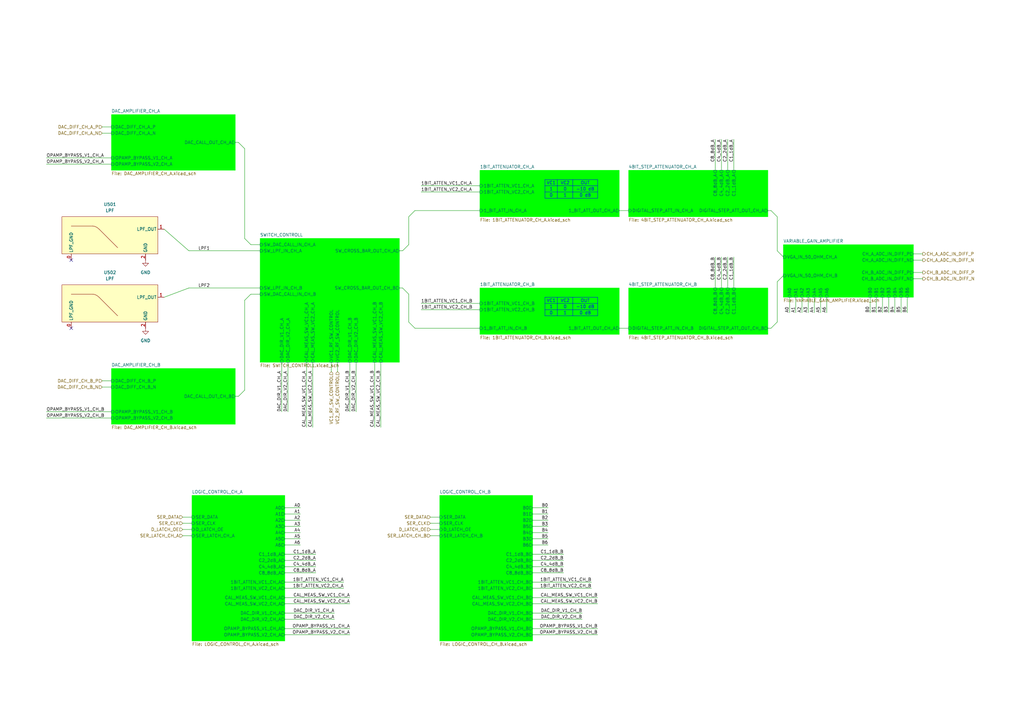
<source format=kicad_sch>
(kicad_sch (version 20250114) (generator "eeschema") (generator_version "9.0")
  (paper "A3")
  (title_block (date "2025-04-16") (company "CERN") (comment 1 "Design by A. Jevtic"))
  (lib_symbols
    (symbol "LPF_MODULE:LPF_MODULE"
      (property "Reference" "U" (at 3.81 9.906 0))
      (property "Value" "LPF" (at 0 0 0))
      (symbol "LPF_MODULE_1_1"
        (rectangle (start -16.51 7.62) (end 22.86 -7.62) (fill (type background)))
        (bezier (pts (xy -3.81 3.81) (xy -3.81 3.81) (xy -2.54 3.81) (xy -1.27 2.54)))
        (polyline (pts (xy -3.81 3.81) (xy -12.7 3.81)))
        (polyline (pts (xy -1.27 2.54) (xy 6.35 -5.08)))
        (pin power_in line (at -12.7 -10.16 90) (length 2.54) (name "LPF_GND") (number "0"))
        (pin power_in line (at 17.78 -10.16 90) (length 2.54) (name "GND") (number "2"))
        (pin output line (at 25.4 2.54 180) (length 2.54) (name "LPF_OUT") (number "1"))
      )
    )
    (symbol "power:GND" (power) (pin_names (offset 0))
      (property "Value" "GND" (at 0 -3.81 0))
      (symbol "GND_0_1"
        (polyline (pts (xy 0 0) (xy 0 -1.27) (xy 1.27 -1.27) (xy 0 -2.54) (xy -1.27 -1.27) (xy 0 -1.27)))
      )
      (symbol "GND_1_1"
        (pin power_in line (at 0 0 270) (length 0) (hide yes) (name "GND") (number "1"))
      )
    )
  )
  (no_connect (at 29.21 134.62))
  (no_connect (at 29.21 106.68))
  (wire (pts (xy 314.96 86.36) (xy 316.23 86.36)))
  (wire (pts (xy 143.51 148.59) (xy 143.51 168.91)))
  (wire (pts (xy 316.23 86.36) (xy 318.77 88.9)))
  (wire (pts (xy 218.44 254) (xy 238.76 254)))
  (wire (pts (xy 331.47 121.92) (xy 331.47 128.27)))
  (wire (pts (xy 314.96 134.62) (xy 316.23 134.62)))
  (wire (pts (xy 218.44 247.65) (xy 245.11 247.65)))
  (wire (pts (xy 135.89 148.59) (xy 135.89 152.4)))
  (wire (pts (xy 218.44 213.36) (xy 224.79 213.36)))
  (wire (pts (xy 45.72 168.91) (xy 19.05 168.91)))
  (wire (pts (xy 318.77 115.57) (xy 318.77 132.08)))
  (wire (pts (xy 102.87 120.65) (xy 100.33 123.19)))
  (wire (pts (xy 156.21 148.59) (xy 156.21 175.26)))
  (wire (pts (xy 116.84 232.41) (xy 129.54 232.41)))
  (wire (pts (xy 102.87 100.33) (xy 100.33 97.79)))
  (wire (pts (xy 128.27 148.59) (xy 128.27 175.26)))
  (wire (pts (xy 196.85 127) (xy 172.72 127)))
  (wire (pts (xy 74.93 214.63) (xy 78.74 214.63)))
  (wire (pts (xy 77.47 102.87) (xy 106.68 102.87)))
  (wire (pts (xy 74.93 219.71) (xy 78.74 219.71)))
  (wire (pts (xy 326.39 121.92) (xy 326.39 128.27)))
  (wire (pts (xy 41.91 52.07) (xy 45.72 52.07)))
  (wire (pts (xy 218.44 210.82) (xy 224.79 210.82)))
  (wire (pts (xy 176.53 217.17) (xy 180.34 217.17)))
  (wire (pts (xy 293.37 69.85) (xy 293.37 57.15)))
  (wire (pts (xy 218.44 251.46) (xy 238.76 251.46)))
  (wire (pts (xy 218.44 227.33) (xy 231.14 227.33)))
  (wire (pts (xy 138.43 148.59) (xy 138.43 152.4)))
  (wire (pts (xy 116.84 260.35) (xy 143.51 260.35)))
  (wire (pts (xy 100.33 60.96) (xy 97.79 58.42)))
  (wire (pts (xy 41.91 54.61) (xy 45.72 54.61)))
  (wire (pts (xy 100.33 160.02) (xy 97.79 162.56)))
  (wire (pts (xy 300.99 118.11) (xy 300.99 105.41)))
  (wire (pts (xy 116.84 210.82) (xy 123.19 210.82)))
  (wire (pts (xy 167.64 100.33) (xy 167.64 88.9)))
  (wire (pts (xy 74.93 212.09) (xy 78.74 212.09)))
  (wire (pts (xy 218.44 257.81) (xy 245.11 257.81)))
  (wire (pts (xy 356.87 121.92) (xy 356.87 128.27)))
  (wire (pts (xy 321.31 105.41) (xy 318.77 102.87)))
  (wire (pts (xy 146.05 148.59) (xy 146.05 168.91)))
  (wire (pts (xy 218.44 223.52) (xy 224.79 223.52)))
  (wire (pts (xy 96.52 162.56) (xy 97.79 162.56)))
  (wire (pts (xy 176.53 212.09) (xy 180.34 212.09)))
  (wire (pts (xy 170.18 134.62) (xy 196.85 134.62)))
  (wire (pts (xy 115.57 148.59) (xy 115.57 168.91)))
  (wire (pts (xy 196.85 78.74) (xy 172.72 78.74)))
  (wire (pts (xy 339.09 121.92) (xy 339.09 128.27)))
  (wire (pts (xy 116.84 254) (xy 137.16 254)))
  (wire (pts (xy 196.85 76.2) (xy 172.72 76.2)))
  (wire (pts (xy 116.84 238.76) (xy 140.97 238.76)))
  (wire (pts (xy 116.84 220.98) (xy 123.19 220.98)))
  (wire (pts (xy 361.95 121.92) (xy 361.95 128.27)))
  (wire (pts (xy 218.44 232.41) (xy 231.14 232.41)))
  (wire (pts (xy 323.85 121.92) (xy 323.85 128.27)))
  (wire (pts (xy 77.47 118.11) (xy 106.68 118.11)))
  (wire (pts (xy 369.57 121.92) (xy 369.57 128.27)))
  (wire (pts (xy 218.44 234.95) (xy 231.14 234.95)))
  (wire (pts (xy 298.45 118.11) (xy 298.45 105.41)))
  (wire (pts (xy 318.77 88.9) (xy 318.77 102.87)))
  (wire (pts (xy 218.44 215.9) (xy 224.79 215.9)))
  (wire (pts (xy 336.55 121.92) (xy 336.55 128.27)))
  (wire (pts (xy 116.84 241.3) (xy 140.97 241.3)))
  (wire (pts (xy 106.68 100.33) (xy 102.87 100.33)))
  (wire (pts (xy 218.44 208.28) (xy 224.79 208.28)))
  (wire (pts (xy 359.41 121.92) (xy 359.41 128.27)))
  (wire (pts (xy 100.33 97.79) (xy 100.33 60.96)))
  (wire (pts (xy 100.33 123.19) (xy 100.33 160.02)))
  (wire (pts (xy 163.83 118.11) (xy 165.1 118.11)))
  (wire (pts (xy 41.91 156.21) (xy 45.72 156.21)))
  (wire (pts (xy 298.45 69.85) (xy 298.45 57.15)))
  (wire (pts (xy 96.52 58.42) (xy 97.79 58.42)))
  (wire (pts (xy 254 86.36) (xy 257.81 86.36)))
  (wire (pts (xy 77.47 102.87) (xy 67.31 93.98)))
  (wire (pts (xy 153.67 148.59) (xy 153.67 175.26)))
  (wire (pts (xy 167.64 120.65) (xy 167.64 132.08)))
  (wire (pts (xy 218.44 220.98) (xy 224.79 220.98)))
  (wire (pts (xy 170.18 86.36) (xy 196.85 86.36)))
  (wire (pts (xy 295.91 118.11) (xy 295.91 105.41)))
  (wire (pts (xy 218.44 229.87) (xy 231.14 229.87)))
  (wire (pts (xy 218.44 238.76) (xy 242.57 238.76)))
  (wire (pts (xy 74.93 217.17) (xy 78.74 217.17)))
  (wire (pts (xy 321.31 113.03) (xy 318.77 115.57)))
  (wire (pts (xy 165.1 102.87) (xy 167.64 100.33)))
  (wire (pts (xy 116.84 245.11) (xy 143.51 245.11)))
  (wire (pts (xy 116.84 251.46) (xy 137.16 251.46)))
  (wire (pts (xy 163.83 102.87) (xy 165.1 102.87)))
  (wire (pts (xy 334.01 121.92) (xy 334.01 128.27)))
  (wire (pts (xy 176.53 219.71) (xy 180.34 219.71)))
  (wire (pts (xy 196.85 124.46) (xy 172.72 124.46)))
  (wire (pts (xy 116.84 229.87) (xy 129.54 229.87)))
  (wire (pts (xy 218.44 241.3) (xy 242.57 241.3)))
  (wire (pts (xy 218.44 260.35) (xy 245.11 260.35)))
  (wire (pts (xy 167.64 132.08) (xy 170.18 134.62)))
  (wire (pts (xy 116.84 208.28) (xy 123.19 208.28)))
  (wire (pts (xy 125.73 148.59) (xy 125.73 175.26)))
  (wire (pts (xy 254 134.62) (xy 257.81 134.62)))
  (wire (pts (xy 295.91 69.85) (xy 295.91 57.15)))
  (wire (pts (xy 116.84 227.33) (xy 129.54 227.33)))
  (wire (pts (xy 116.84 218.44) (xy 123.19 218.44)))
  (wire (pts (xy 318.77 132.08) (xy 316.23 134.62)))
  (wire (pts (xy 328.93 121.92) (xy 328.93 128.27)))
  (wire (pts (xy 118.11 148.59) (xy 118.11 168.91)))
  (wire (pts (xy 372.11 121.92) (xy 372.11 128.27)))
  (wire (pts (xy 165.1 118.11) (xy 167.64 120.65)))
  (wire (pts (xy 116.84 234.95) (xy 129.54 234.95)))
  (wire (pts (xy 300.99 69.85) (xy 300.99 57.15)))
  (wire (pts (xy 116.84 223.52) (xy 123.19 223.52)))
  (wire (pts (xy 116.84 213.36) (xy 123.19 213.36)))
  (wire (pts (xy 218.44 245.11) (xy 245.11 245.11)))
  (wire (pts (xy 374.65 114.3) (xy 378.46 114.3)))
  (wire (pts (xy 116.84 215.9) (xy 123.19 215.9)))
  (wire (pts (xy 176.53 214.63) (xy 180.34 214.63)))
  (wire (pts (xy 116.84 247.65) (xy 143.51 247.65)))
  (wire (pts (xy 67.31 121.92) (xy 77.47 118.11)))
  (wire (pts (xy 293.37 118.11) (xy 293.37 105.41)))
  (wire (pts (xy 374.65 104.14) (xy 378.46 104.14)))
  (wire (pts (xy 374.65 111.76) (xy 378.46 111.76)))
  (wire (pts (xy 167.64 88.9) (xy 170.18 86.36)))
  (wire (pts (xy 367.03 121.92) (xy 367.03 128.27)))
  (wire (pts (xy 102.87 120.65) (xy 106.68 120.65)))
  (wire (pts (xy 116.84 257.81) (xy 143.51 257.81)))
  (wire (pts (xy 218.44 218.44) (xy 224.79 218.44)))
  (wire (pts (xy 45.72 171.45) (xy 19.05 171.45)))
  (wire (pts (xy 45.72 64.77) (xy 19.05 64.77)))
  (wire (pts (xy 41.91 158.75) (xy 45.72 158.75)))
  (wire (pts (xy 364.49 121.92) (xy 364.49 128.27)))
  (wire (pts (xy 374.65 106.68) (xy 378.46 106.68)))
  (wire (pts (xy 45.72 67.31) (xy 19.05 67.31)))
  (table (column_count 3) (border (external yes) (header yes) (stroke (width 0) (color 0 0 255 1))) (separators (rows yes) (cols yes) (stroke (width 0) (color 0 0 255 1))) (column_widths 5.08 6.35 10.16) (row_heights 2.54 2.54 2.54) (cells (table_cell "VC1" (at 223.52 121.92 0) (size 5.08 2.54) (margins 0.9525 0.9525 0.9525 0.9525) (span 1 1)) (table_cell "VC2" (at 228.6 121.92 0) (size 6.35 2.54) (margins 0.9525 0.9525 0.9525 0.9525) (span 1 1)) (table_cell "OUT" (at 234.95 121.92 0) (size 10.16 2.54) (margins 0.9525 0.9525 0.9525 0.9525) (span 1 1)) (table_cell "1" (at 223.52 124.46 0) (size 5.08 2.54) (margins 0.9525 0.9525 0.9525 0.9525) (span 1 1)) (table_cell "0" (at 228.6 124.46 0) (size 6.35 2.54) (margins 0.9525 0.9525 0.9525 0.9525) (span 1 1)) (table_cell "-10 dB" (at 234.95 124.46 0) (size 10.16 2.54) (margins 0.9525 0.9525 0.9525 0.9525) (span 1 1)) (table_cell "0" (at 223.52 127 0) (size 5.08 2.54) (margins 0.9525 0.9525 0.9525 0.9525) (span 1 1)) (table_cell "1" (at 228.6 127 0) (size 6.35 2.54) (margins 0.9525 0.9525 0.9525 0.9525) (span 1 1)) (table_cell "0 dB" (at 234.95 127 0) (size 10.16 2.54) (margins 0.9525 0.9525 0.9525 0.9525) (span 1 1))))
  (table (column_count 3) (border (external yes) (header yes) (stroke (width 0) (color 0 0 255 1))) (separators (rows yes) (cols yes) (stroke (width 0) (color 0 0 255 1))) (column_widths 5.08 6.35 10.16) (row_heights 2.54 2.54 2.54) (cells (table_cell "VC1" (at 223.52 73.66 0) (size 5.08 2.54) (margins 0.9525 0.9525 0.9525 0.9525) (span 1 1)) (table_cell "VC2" (at 228.6 73.66 0) (size 6.35 2.54) (margins 0.9525 0.9525 0.9525 0.9525) (span 1 1)) (table_cell "OUT" (at 234.95 73.66 0) (size 10.16 2.54) (margins 0.9525 0.9525 0.9525 0.9525) (span 1 1)) (table_cell "1" (at 223.52 76.2 0) (size 5.08 2.54) (margins 0.9525 0.9525 0.9525 0.9525) (span 1 1)) (table_cell "0" (at 228.6 76.2 0) (size 6.35 2.54) (margins 0.9525 0.9525 0.9525 0.9525) (span 1 1)) (table_cell "-10 dB" (at 234.95 76.2 0) (size 10.16 2.54) (margins 0.9525 0.9525 0.9525 0.9525) (span 1 1)) (table_cell "0" (at 223.52 78.74 0) (size 5.08 2.54) (margins 0.9525 0.9525 0.9525 0.9525) (span 1 1)) (table_cell "1" (at 228.6 78.74 0) (size 6.35 2.54) (margins 0.9525 0.9525 0.9525 0.9525) (span 1 1)) (table_cell "0 dB" (at 234.95 78.74 0) (size 10.16 2.54) (margins 0.9525 0.9525 0.9525 0.9525) (span 1 1))))
  (label "CAL_MEAS_SW_VC1_CH_B" (at 153.67 175.26 90))
  (label "A0" (at 323.85 128.27 90))
  (label "1BIT_ATTEN_VC2_CH_A" (at 140.97 241.3 180))
  (label "B6" (at 372.11 128.27 90))
  (label "A6" (at 339.09 128.27 90))
  (label "B2" (at 224.79 213.36 180))
  (label "LPF2" (at 81.28 118.11 0))
  (label "B2" (at 361.95 128.27 90))
  (label "CAL_MEAS_SW_VC1_CH_A" (at 143.51 245.11 180))
  (label "B0" (at 224.79 208.28 180))
  (label "DAC_DIR_V1_CH_A" (at 115.57 168.91 90))
  (label "C1_1dB_A" (at 129.54 227.33 180))
  (label "A5" (at 123.19 220.98 180))
  (label "A6" (at 123.19 223.52 180))
  (label "DAC_DIR_V1_CH_A" (at 137.16 251.46 180))
  (label "B1" (at 224.79 210.82 180))
  (label "DAC_DIR_V2_CH_B" (at 238.76 254 180))
  (label "C1_1dB_B" (at 231.14 227.33 180))
  (label "A2" (at 123.19 213.36 180))
  (label "OPAMP_BYPASS_V1_CH_A" (at 143.51 257.81 180))
  (label "A3" (at 331.47 128.27 90))
  (label "C1_1dB_B" (at 300.99 105.41 270))
  (label "OPAMP_BYPASS_V2_CH_B" (at 19.05 171.45 0))
  (label "1BIT_ATTEN_VC1_CH_A" (at 140.97 238.76 180))
  (label "A4" (at 334.01 128.27 90))
  (label "A1" (at 326.39 128.27 90))
  (label "1BIT_ATTEN_VC1_CH_B" (at 242.57 238.76 180))
  (label "OPAMP_BYPASS_V1_CH_B" (at 19.05 168.91 0))
  (label "OPAMP_BYPASS_V1_CH_A" (at 19.05 64.77 0))
  (label "A2" (at 328.93 128.27 90))
  (label "B4" (at 367.03 128.27 90))
  (label "DAC_DIR_V2_CH_B" (at 146.05 168.91 90))
  (label "C2_2dB_B" (at 231.14 229.87 180))
  (label "C4_4dB_A" (at 129.54 232.41 180))
  (label "C4_4dB_A" (at 295.91 57.15 270))
  (label "OPAMP_BYPASS_V2_CH_A" (at 143.51 260.35 180))
  (label "C8_8dB_B" (at 231.14 234.95 180))
  (label "OPAMP_BYPASS_V2_CH_A" (at 19.05 67.31 0))
  (label "OPAMP_BYPASS_V2_CH_B" (at 245.11 260.35 180))
  (label "C8_8dB_A" (at 129.54 234.95 180))
  (label "C2_2dB_B" (at 298.45 105.41 270))
  (label "B6" (at 224.79 223.52 180))
  (label "CAL_MEAS_SW_VC2_CH_B" (at 245.11 247.65 180))
  (label "B5" (at 369.57 128.27 90))
  (label "A3" (at 123.19 215.9 180))
  (label "B3" (at 224.79 215.9 180))
  (label "1BIT_ATTEN_VC1_CH_B" (at 172.72 124.46 0))
  (label "B5" (at 224.79 220.98 180))
  (label "C1_1dB_A" (at 300.99 57.15 270))
  (label "1BIT_ATTEN_VC1_CH_A" (at 172.72 76.2 0))
  (label "CAL_MEAS_SW_VC2_CH_A" (at 143.51 247.65 180))
  (label "DAC_DIR_V2_CH_A" (at 118.11 168.91 90))
  (label "1BIT_ATTEN_VC2_CH_A" (at 172.72 78.74 0))
  (label "B1" (at 359.41 128.27 90))
  (label "C2_2dB_A" (at 129.54 229.87 180))
  (label "DAC_DIR_V1_CH_B" (at 238.76 251.46 180))
  (label "A5" (at 336.55 128.27 90))
  (label "CAL_MEAS_SW_VC1_CH_A" (at 125.73 175.26 90))
  (label "1BIT_ATTEN_VC2_CH_B" (at 172.72 127 0))
  (label "B0" (at 356.87 128.27 90))
  (label "OPAMP_BYPASS_V1_CH_B" (at 245.11 257.81 180))
  (label "C8_8dB_B" (at 293.37 105.41 270))
  (label "A0" (at 123.19 208.28 180))
  (label "C8_8dB_A" (at 293.37 57.15 270))
  (label "C4_4dB_B" (at 295.91 105.41 270))
  (label "CAL_MEAS_SW_VC2_CH_A" (at 128.27 175.26 90))
  (label "A4" (at 123.19 218.44 180))
  (label "DAC_DIR_V1_CH_B" (at 143.51 168.91 90))
  (label "LPF1" (at 81.28 102.87 0))
  (label "CAL_MEAS_SW_VC2_CH_B" (at 156.21 175.26 90))
  (label "A1" (at 123.19 210.82 180))
  (label "C2_2dB_A" (at 298.45 57.15 270))
  (label "C4_4dB_B" (at 231.14 232.41 180))
  (label "B3" (at 364.49 128.27 90))
  (label "DAC_DIR_V2_CH_A" (at 137.16 254 180))
  (label "1BIT_ATTEN_VC2_CH_B" (at 242.57 241.3 180))
  (label "CAL_MEAS_SW_VC1_CH_B" (at 245.11 245.11 180))
  (label "B4" (at 224.79 218.44 180))
  (hierarchical_label "DAC_DIFF_CH_B_P" (shape input) (at 41.91 156.21 180))
  (hierarchical_label "DAC_DIFF_CH_B_N" (shape input) (at 41.91 158.75 180))
  (hierarchical_label "SER_CLK" (shape input) (at 74.93 214.63 180))
  (hierarchical_label "VC2_RF_SW_CONTROL" (shape input) (at 138.43 152.4 270))
  (hierarchical_label "CH_B_ADC_IN_DIFF_P" (shape output) (at 378.46 111.76 0))
  (hierarchical_label "CH_A_ADC_IN_DIFF_N" (shape output) (at 378.46 106.68 0))
  (hierarchical_label "SER_LATCH_CH_B" (shape input) (at 176.53 219.71 180))
  (hierarchical_label "DAC_DIFF_CH_A_N" (shape input) (at 41.91 54.61 180))
  (hierarchical_label "SER_CLK" (shape input) (at 176.53 214.63 180))
  (hierarchical_label "CH_A_ADC_IN_DIFF_P" (shape output) (at 378.46 104.14 0))
  (hierarchical_label "D_LATCH_OE" (shape input) (at 176.53 217.17 180))
  (hierarchical_label "SER_DATA" (shape input) (at 74.93 212.09 180))
  (hierarchical_label "CH_B_ADC_IN_DIFF_N" (shape output) (at 378.46 114.3 0))
  (hierarchical_label "SER_DATA" (shape input) (at 176.53 212.09 180))
  (hierarchical_label "SER_LATCH_CH_A" (shape input) (at 74.93 219.71 180))
  (hierarchical_label "D_LATCH_OE" (shape input) (at 74.93 217.17 180))
  (hierarchical_label "VC1_RF_SW_CONTROL" (shape input) (at 135.89 152.4 270))
  (hierarchical_label "DAC_DIFF_CH_A_P" (shape input) (at 41.91 52.07 180))
  (symbol (lib_id "power:GND") (at 59.69 134.62 0) (unit 1)
    (property "Reference" "#PWR0502" (effects (hide yes)))
    (property "Value" "GND" (at 59.69 139.7 0))
    (property "Description" "Power symbol creates a global label with name \"GND\" , ground" (effects (hide yes)))
  )
  (symbol (lib_id "power:GND") (at 59.69 106.68 0) (unit 1)
    (property "Reference" "#PWR0501" (effects (hide yes)))
    (property "Value" "GND" (at 59.69 111.76 0))
    (property "Description" "Power symbol creates a global label with name \"GND\" , ground" (effects (hide yes)))
  )
  (symbol (lib_id "LPF_MODULE:LPF_MODULE") (at 41.91 124.46 0) (unit 1)
    (property "Reference" "U502" (at 45.085 111.76 0))
    (property "Value" "LPF" (at 45.085 114.3 0))
    (property "Footprint" "LPF_MODULE:LPF_MODULE" (effects (hide yes)))
  )
  (symbol (lib_id "LPF_MODULE:LPF_MODULE") (at 41.91 96.52 0) (unit 1)
    (property "Reference" "U501" (at 45.085 83.82 0))
    (property "Value" "LPF" (at 45.085 86.36 0))
    (property "Footprint" "LPF_MODULE:LPF_MODULE" (effects (hide yes)))
  )
  (sheet (at 257.81 69.85) (size 57.15 19.05) (stroke (width 0.1524) (color 0 255 0 1)) (fill (color 0 255 0 1.0000))
    (property "Sheetname" "4BIT_STEP_ATTENUATOR_CH_A" (at 257.81 69.1384 0) (effects (justify left bottom)))
    (property "Sheetfile" "4BIT_STEP_ATTENUATOR_CH_A.kicad_sch" (at 257.81 89.4846 0) (effects (justify left top)))
    (pin "DIGITAL_STEP_ATT_IN_CH_A" input (at 257.81 86.36 180))
    (pin "C8_8dB_A" input (at 293.37 69.85 90))
    (pin "C2_2dB_A" input (at 298.45 69.85 90))
    (pin "C1_1dB_A" input (at 300.99 69.85 90))
    (pin "C4_4dB_A" input (at 295.91 69.85 90))
    (pin "DIGITAL_STEP_ATT_OUT_CH_A" output (at 314.96 86.36 0))
  )
  (sheet (at 180.34 203.2) (size 38.1 59.69) (stroke (width 0.1524) (color 0 255 0 1)) (fill (color 0 255 0 1.0000))
    (property "Sheetname" "LOGIC_CONTROL_CH_B" (at 180.34 202.4884 0) (effects (justify left bottom)))
    (property "Sheetfile" "LOGIC_CONTROL_CH_B.kicad_sch" (at 180.34 263.4746 0) (effects (justify left top)))
    (pin "SER_DATA" input (at 180.34 212.09 180))
    (pin "SER_CLK" input (at 180.34 214.63 180))
    (pin "D_LATCH_OE" input (at 180.34 217.17 180))
    (pin "DAC_DIR_V2_CH_B" output (at 218.44 254 0))
    (pin "C4_4dB_B" output (at 218.44 232.41 0))
    (pin "C1_1dB_B" output (at 218.44 227.33 0))
    (pin "DAC_DIR_V1_CH_B" output (at 218.44 251.46 0))
    (pin "B0" output (at 218.44 208.28 0))
    (pin "B6" output (at 218.44 223.52 0))
    (pin "B3" output (at 218.44 220.98 0))
    (pin "B1" output (at 218.44 210.82 0))
    (pin "B2" output (at 218.44 213.36 0))
    (pin "B4" output (at 218.44 218.44 0))
    (pin "1BIT_ATTEN_VC2_CH_B" output (at 218.44 241.3 0))
    (pin "C8_8dB_B" output (at 218.44 234.95 0))
    (pin "B5" output (at 218.44 215.9 0))
    (pin "1BIT_ATTEN_VC1_CH_B" output (at 218.44 238.76 0))
    (pin "CAL_MEAS_SW_VC2_CH_B" output (at 218.44 247.65 0))
    (pin "SER_LATCH_CH_B" input (at 180.34 219.71 180))
    (pin "C2_2dB_B" output (at 218.44 229.87 0))
    (pin "CAL_MEAS_SW_VC1_CH_B" output (at 218.44 245.11 0))
    (pin "OPAMP_BYPASS_V1_CH_B" output (at 218.44 257.81 0))
    (pin "OPAMP_BYPASS_V2_CH_B" output (at 218.44 260.35 0))
  )
  (sheet (at 45.72 46.99) (size 50.8 22.86) (stroke (width 0.1524) (color 0 255 0 1)) (fill (color 0 255 0 1.0000))
    (property "Sheetname" "DAC_AMPLIFIER_CH_A" (at 45.72 46.2784 0) (effects (justify left bottom)))
    (property "Sheetfile" "DAC_AMPLIFIER_CH_A.kicad_sch" (at 45.72 70.4346 0) (effects (justify left top)))
    (pin "DAC_DIFF_CH_A_P" input (at 45.72 52.07 180))
    (pin "DAC_DIFF_CH_A_N" input (at 45.72 54.61 180))
    (pin "OPAMP_BYPASS_V2_CH_A" input (at 45.72 67.31 180))
    (pin "OPAMP_BYPASS_V1_CH_A" input (at 45.72 64.77 180))
    (pin "DAC_CALL_OUT_CH_A" output (at 96.52 58.42 0))
  )
  (sheet (at 196.85 118.11) (size 57.15 19.05) (stroke (width 0.1524) (color 0 255 0 1)) (fill (color 0 255 0 1.0000))
    (property "Sheetname" "1BIT_ATTENUATOR_CH_B" (at 196.85 117.3984 0) (effects (justify left bottom)))
    (property "Sheetfile" "1BIT_ATTENUATOR_CH_B.kicad_sch" (at 196.85 137.7446 0) (effects (justify left top)))
    (pin "1_BIT_ATT_IN_CH_B" input (at 196.85 134.62 180))
    (pin "1_BIT_ATT_OUT_CH_A" output (at 254 134.62 0))
    (pin "1BIT_ATTEN_VC1_CH_B" input (at 196.85 124.46 180))
    (pin "1BIT_ATTEN_VC2_CH_B" input (at 196.85 127 180))
  )
  (sheet (at 106.68 97.79) (size 57.15 50.8) (stroke (width 0.1524) (color 0 255 0 1)) (fill (color 0 255 0 1.0000))
    (property "Sheetname" "SWITCH_CONTROLL" (at 106.68 97.0784 0) (effects (justify left bottom)))
    (property "Sheetfile" "SWITCH_CONTROLL.kicad_sch" (at 106.68 149.1746 0) (effects (justify left top)))
    (pin "CAL_MEAS_SW_VC2_CH_A" input (at 128.27 148.59 270))
    (pin "SW_CROSS_BAR_OUT_CH_B" output (at 163.83 118.11 0))
    (pin "SW_CROSS_BAR_OUT_CH_A" output (at 163.83 102.87 0))
    (pin "SW_DAC_CALL_IN_CH_A" input (at 106.68 100.33 180))
    (pin "DAC_DIR_V2_CH_B" input (at 146.05 148.59 270))
    (pin "CAL_MEAS_SW_VC1_CH_A" input (at 125.73 148.59 270))
    (pin "CAL_MEAS_SW_VC2_CH_B" input (at 156.21 148.59 270))
    (pin "SW_DAC_CALL_IN_CH_B" input (at 106.68 120.65 180))
    (pin "DAC_DIR_V2_CH_A" input (at 118.11 148.59 270))
    (pin "DAC_DIR_V1_CH_A" input (at 115.57 148.59 270))
    (pin "CAL_MEAS_SW_VC1_CH_B" input (at 153.67 148.59 270))
    (pin "DAC_DIR_V1_CH_B" input (at 143.51 148.59 270))
    (pin "VC2_RF_SW_CONTROL" input (at 138.43 148.59 270))
    (pin "VC1_RF_SW_CONTROL" input (at 135.89 148.59 270))
    (pin "SW_LPF_IN_CH_A" input (at 106.68 102.87 180))
    (pin "SW_LPF_IN_CH_B" input (at 106.68 118.11 180))
  )
  (sheet (at 257.81 118.11) (size 57.15 19.05) (stroke (width 0.1524) (color 0 255 0 1)) (fill (color 0 255 0 1.0000))
    (property "Sheetname" "4BIT_STEP_ATTENUATOR_CH_B" (at 257.81 117.3984 0) (effects (justify left bottom)))
    (property "Sheetfile" "4BIT_STEP_ATTENUATOR_CH_B.kicad_sch" (at 257.81 137.7446 0) (effects (justify left top)))
    (pin "DIGITAL_STEP_ATT_OUT_CH_B" output (at 314.96 134.62 0))
    (pin "DIGITAL_STEP_ATT_IN_CH_B" input (at 257.81 134.62 180))
    (pin "C8_8dB_B" input (at 293.37 118.11 90))
    (pin "C2_2dB_B" input (at 298.45 118.11 90))
    (pin "C1_1dB_B" input (at 300.99 118.11 90))
    (pin "C4_4dB_B" input (at 295.91 118.11 90))
  )
  (sheet (at 196.85 69.85) (size 57.15 19.05) (stroke (width 0.1524) (color 0 255 0 1)) (fill (color 0 255 0 1.0000))
    (property "Sheetname" "1BIT_ATTENUATOR_CH_A" (at 196.85 69.1384 0) (effects (justify left bottom)))
    (property "Sheetfile" "1BIT_ATTENUATOR_CH_A.kicad_sch" (at 196.85 89.4846 0) (effects (justify left top)))
    (pin "1_BIT_ATT_OUT_CH_A" output (at 254 86.36 0))
    (pin "1BIT_ATTEN_VC1_CH_A" input (at 196.85 76.2 180))
    (pin "1BIT_ATTEN_VC2_CH_A" input (at 196.85 78.74 180))
    (pin "1_BIT_ATT_IN_CH_A" input (at 196.85 86.36 180))
  )
  (sheet (at 45.72 151.13) (size 50.8 22.86) (stroke (width 0.1524) (color 0 255 0 1)) (fill (color 0 255 0 1.0000))
    (property "Sheetname" "DAC_AMPLIFIER_CH_B" (at 45.72 150.4184 0) (effects (justify left bottom)))
    (property "Sheetfile" "DAC_AMPLIFIER_CH_B.kicad_sch" (at 45.72 174.5746 0) (effects (justify left top)))
    (pin "DAC_DIFF_CH_B_P" input (at 45.72 156.21 180))
    (pin "DAC_DIFF_CH_B_N" input (at 45.72 158.75 180))
    (pin "OPAMP_BYPASS_V2_CH_B" input (at 45.72 171.45 180))
    (pin "OPAMP_BYPASS_V1_CH_B" input (at 45.72 168.91 180))
    (pin "DAC_CALL_OUT_CH_B" output (at 96.52 162.56 0))
  )
  (sheet (at 321.31 100.33) (size 53.34 21.59) (stroke (width 0.1524) (color 0 255 0 1)) (fill (color 0 255 0 1.0000))
    (property "Sheetname" "VARIABLE_GAIN_AMPLIFIER" (at 321.31 99.6184 0) (effects (justify left bottom)))
    (property "Sheetfile" "VARIABLE_GAIN_AMPLIFIER.kicad_sch" (at 321.31 122.5046 0) (effects (justify left top)))
    (pin "CH_A_ADC_IN_DIFF_N" output (at 374.65 106.68 0))
    (pin "VGA_IN_50_OHM_CH_B" input (at 321.31 113.03 180))
    (pin "CH_B_ADC_IN_DIFF_N" output (at 374.65 114.3 0))
    (pin "CH_B_ADC_IN_DIFF_P" output (at 374.65 111.76 0))
    (pin "CH_A_ADC_IN_DIFF_P" output (at 374.65 104.14 0))
    (pin "VGA_IN_50_OHM_CH_A" input (at 321.31 105.41 180))
    (pin "B2" input (at 361.95 121.92 270))
    (pin "B0" input (at 356.87 121.92 270))
    (pin "B1" input (at 359.41 121.92 270))
    (pin "A3" input (at 331.47 121.92 270))
    (pin "A5" input (at 336.55 121.92 270))
    (pin "B5" input (at 369.57 121.92 270))
    (pin "A6" input (at 339.09 121.92 270))
    (pin "B6" input (at 372.11 121.92 270))
    (pin "A4" input (at 334.01 121.92 270))
    (pin "B4" input (at 367.03 121.92 270))
    (pin "A2" input (at 328.93 121.92 270))
    (pin "A0" input (at 323.85 121.92 270))
    (pin "A1" input (at 326.39 121.92 270))
    (pin "B3" input (at 364.49 121.92 270))
  )
  (sheet (at 78.74 203.2) (size 38.1 59.69) (stroke (width 0.1524) (color 0 255 0 1)) (fill (color 0 255 0 1.0000))
    (property "Sheetname" "LOGIC_CONTROL_CH_A" (at 78.74 202.4884 0) (effects (justify left bottom)))
    (property "Sheetfile" "LOGIC_CONTROL_CH_A.kicad_sch" (at 78.74 263.4746 0) (effects (justify left top)))
    (pin "SER_DATA" input (at 78.74 212.09 180))
    (pin "SER_LATCH_CH_A" input (at 78.74 219.71 180))
    (pin "SER_CLK" input (at 78.74 214.63 180))
    (pin "A0" output (at 116.84 208.28 0))
    (pin "A6" output (at 116.84 223.52 0))
    (pin "A1" output (at 116.84 210.82 0))
    (pin "A3" output (at 116.84 215.9 0))
    (pin "A5" output (at 116.84 220.98 0))
    (pin "A4" output (at 116.84 218.44 0))
    (pin "A2" output (at 116.84 213.36 0))
    (pin "C2_2dB_A" output (at 116.84 229.87 0))
    (pin "C4_4dB_A" output (at 116.84 232.41 0))
    (pin "C1_1dB_A" output (at 116.84 227.33 0))
    (pin "C8_8dB_A" output (at 116.84 234.95 0))
    (pin "D_LATCH_OE" input (at 78.74 217.17 180))
    (pin "1BIT_ATTEN_VC2_CH_A" output (at 116.84 241.3 0))
    (pin "1BIT_ATTEN_VC1_CH_A" output (at 116.84 238.76 0))
    (pin "CAL_MEAS_SW_VC1_CH_A" output (at 116.84 245.11 0))
    (pin "CAL_MEAS_SW_VC2_CH_A" output (at 116.84 247.65 0))
    (pin "DAC_DIR_V2_CH_A" output (at 116.84 254 0))
    (pin "DAC_DIR_V1_CH_A" output (at 116.84 251.46 0))
    (pin "OPAMP_BYPASS_V2_CH_A" output (at 116.84 260.35 0))
    (pin "OPAMP_BYPASS_V1_CH_A" output (at 116.84 257.81 0))
  )
)
</source>
